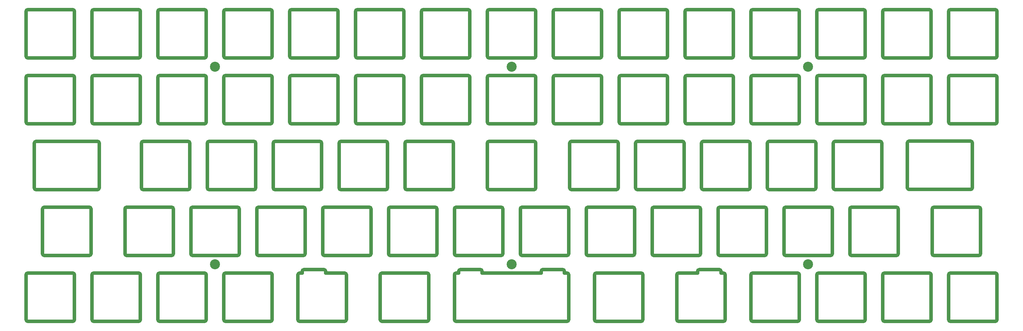
<source format=gbr>
%TF.GenerationSoftware,KiCad,Pcbnew,9.0.4*%
%TF.CreationDate,2026-01-18T18:40:26+01:00*%
%TF.ProjectId,tsuka60-pro-plate,7473756b-6136-4302-9d70-726f2d706c61,rev?*%
%TF.SameCoordinates,Original*%
%TF.FileFunction,Copper,L1,Top*%
%TF.FilePolarity,Positive*%
%FSLAX46Y46*%
G04 Gerber Fmt 4.6, Leading zero omitted, Abs format (unit mm)*
G04 Created by KiCad (PCBNEW 9.0.4) date 2026-01-18 18:40:26*
%MOMM*%
%LPD*%
G01*
G04 APERTURE LIST*
%TA.AperFunction,EtchedComponent*%
%ADD10C,1.000000*%
%TD*%
%TA.AperFunction,ComponentPad*%
%ADD11C,2.900000*%
%TD*%
G04 APERTURE END LIST*
D10*
%TO.C,S1*%
X144606250Y-158600000D02*
X144606250Y-171600000D01*
X145106250Y-172100000D02*
X158106250Y-172100000D01*
X145850000Y-158100000D02*
X145850000Y-157599999D01*
X145850606Y-158100000D02*
X145106250Y-158100000D01*
X146350000Y-157099999D02*
X152100000Y-157099999D01*
X152600000Y-158100000D02*
X152600000Y-157599999D01*
X152600000Y-158100000D02*
X158103486Y-158101116D01*
X158606250Y-171600000D02*
X158606250Y-158600000D01*
X189850000Y-158600000D02*
X189850000Y-171600000D01*
X190350000Y-172100000D02*
X203350000Y-172100000D01*
X191093750Y-158100000D02*
X191093750Y-157599999D01*
X191094961Y-158100000D02*
X190350000Y-158100000D01*
X191593750Y-157099999D02*
X197343750Y-157099999D01*
X197843750Y-158100000D02*
X197843750Y-157599999D01*
X199875000Y-172100000D02*
X212875000Y-172100000D01*
X199875000Y-172100000D02*
X212875000Y-172100000D01*
X209400000Y-172100000D02*
X222400000Y-172100000D01*
X214906250Y-158100000D02*
X197843750Y-158100000D01*
X214906250Y-158100000D02*
X214906250Y-157599999D01*
X215406250Y-157099999D02*
X221156250Y-157099999D01*
X221656250Y-158100000D02*
X221656250Y-157599999D01*
X222400000Y-158100000D02*
X221656250Y-158100000D01*
X222900000Y-171600000D02*
X222900000Y-158600000D01*
X254143750Y-158600000D02*
X254143750Y-171600000D01*
X254643750Y-158100000D02*
X260150000Y-158100000D01*
X254643750Y-172100000D02*
X267643750Y-172100000D01*
X260150000Y-158100000D02*
X260150000Y-157599999D01*
X260650000Y-157099999D02*
X266400000Y-157099999D01*
X266900000Y-158100000D02*
X266900000Y-157599999D01*
X267643750Y-158100000D02*
X266900000Y-158100000D01*
X268143750Y-171600000D02*
X268143750Y-158600000D01*
X144606250Y-158600000D02*
G75*
G02*
X145106250Y-158099950I500050J0D01*
G01*
X145106250Y-172100000D02*
G75*
G02*
X144606300Y-171600000I50J500000D01*
G01*
X145850000Y-157599999D02*
G75*
G02*
X146350000Y-157100000I500000J-1D01*
G01*
X152100000Y-157099999D02*
G75*
G02*
X152600001Y-157599999I0J-500001D01*
G01*
X158103486Y-158101116D02*
G75*
G02*
X158603484Y-158601116I14J-499984D01*
G01*
X158606250Y-171600000D02*
G75*
G02*
X158106250Y-172099950I-499950J0D01*
G01*
X189850000Y-158600000D02*
G75*
G02*
X190350000Y-158100000I500000J0D01*
G01*
X190350000Y-172100000D02*
G75*
G02*
X189850000Y-171600000I0J500000D01*
G01*
X191093750Y-157599999D02*
G75*
G02*
X191593750Y-157100050I499950J-1D01*
G01*
X197343750Y-157099999D02*
G75*
G02*
X197843701Y-157599999I50J-499901D01*
G01*
X214906250Y-157599999D02*
G75*
G02*
X215406250Y-157099999I500001J-1D01*
G01*
X221156250Y-157099999D02*
G75*
G02*
X221656250Y-157599999I2J-499998D01*
G01*
X222397236Y-158101116D02*
G75*
G02*
X222897236Y-158601116I2J-499998D01*
G01*
X222900000Y-171600000D02*
G75*
G02*
X222400000Y-172100000I-499998J-2D01*
G01*
X254143750Y-158600000D02*
G75*
G02*
X254643750Y-158100000I500001J-1D01*
G01*
X254643750Y-172100000D02*
G75*
G02*
X254143750Y-171600000I1J500001D01*
G01*
X260150000Y-157599999D02*
G75*
G02*
X260650000Y-157099999I500001J-1D01*
G01*
X266400000Y-157099999D02*
G75*
G02*
X266900000Y-157599999I2J-499998D01*
G01*
X267640986Y-158101116D02*
G75*
G02*
X268140986Y-158601116I2J-499998D01*
G01*
X268143750Y-171600000D02*
G75*
G02*
X267643750Y-172100000I-499998J-2D01*
G01*
%TO.C,MX56*%
X266050000Y-139550000D02*
X266050000Y-152550000D01*
X266550000Y-153050000D02*
X279550000Y-153050000D01*
X279550000Y-139050000D02*
X266550000Y-139050000D01*
X280050000Y-152550000D02*
X280050000Y-139550000D01*
X266050000Y-139550000D02*
G75*
G02*
X266550000Y-139050000I500000J0D01*
G01*
X266552764Y-153048884D02*
G75*
G02*
X266052716Y-152548884I36J500084D01*
G01*
X279550000Y-139050000D02*
G75*
G02*
X280050000Y-139550000I-1J-500001D01*
G01*
X280050000Y-152550000D02*
G75*
G02*
X279550000Y-153050000I-500001J1D01*
G01*
%TO.C,MX73*%
X294625000Y-158600000D02*
X294625000Y-171600000D01*
X295125000Y-172100000D02*
X308125000Y-172100000D01*
X308125000Y-158100000D02*
X295125000Y-158100000D01*
X308625000Y-171600000D02*
X308625000Y-158600000D01*
X294625000Y-158600000D02*
G75*
G02*
X295125000Y-158100000I500000J0D01*
G01*
X295127764Y-172098884D02*
G75*
G02*
X294627716Y-171598884I36J500084D01*
G01*
X308125000Y-158100000D02*
G75*
G02*
X308625000Y-158600000I-1J-500001D01*
G01*
X308625000Y-171600000D02*
G75*
G02*
X308125000Y-172100000I-500001J1D01*
G01*
%TO.C,MX39*%
X223187500Y-120500000D02*
X223187500Y-133500000D01*
X223687500Y-134000000D02*
X236687500Y-134000000D01*
X236687500Y-120000000D02*
X223687500Y-120000000D01*
X237187500Y-133500000D02*
X237187500Y-120500000D01*
X223187500Y-120500000D02*
G75*
G02*
X223687500Y-120000000I500000J0D01*
G01*
X223690264Y-133998884D02*
G75*
G02*
X223190216Y-133498884I36J500084D01*
G01*
X236687500Y-120000000D02*
G75*
G02*
X237187500Y-120500000I-1J-500001D01*
G01*
X237187500Y-133500000D02*
G75*
G02*
X236687500Y-134000000I-500001J1D01*
G01*
%TO.C,MX19*%
X123175000Y-101450000D02*
X123175000Y-114450000D01*
X123675000Y-114950000D02*
X136675000Y-114950000D01*
X136675000Y-100950000D02*
X123675000Y-100950000D01*
X137175000Y-114450000D02*
X137175000Y-101450000D01*
X123175000Y-101450000D02*
G75*
G02*
X123675000Y-100950000I500000J0D01*
G01*
X123677764Y-114948884D02*
G75*
G02*
X123177716Y-114448884I36J500084D01*
G01*
X136675000Y-100950000D02*
G75*
G02*
X137175000Y-101450000I-1J-500001D01*
G01*
X137175000Y-114450000D02*
G75*
G02*
X136675000Y-114950000I-500001J1D01*
G01*
%TO.C,MX5*%
X142225000Y-82400000D02*
X142225000Y-95400000D01*
X142725000Y-95900000D02*
X155725000Y-95900000D01*
X155725000Y-81900000D02*
X142725000Y-81900000D01*
X156225000Y-95400000D02*
X156225000Y-82400000D01*
X142225000Y-82400000D02*
G75*
G02*
X142725000Y-81900000I500000J0D01*
G01*
X142727764Y-95898884D02*
G75*
G02*
X142227716Y-95398884I36J500084D01*
G01*
X155725000Y-81900000D02*
G75*
G02*
X156225000Y-82400000I-1J-500001D01*
G01*
X156225000Y-95400000D02*
G75*
G02*
X155725000Y-95900000I-500001J1D01*
G01*
%TO.C,MX16*%
X66025000Y-101450000D02*
X66025000Y-114450000D01*
X66525000Y-114950000D02*
X79525000Y-114950000D01*
X79525000Y-100950000D02*
X66525000Y-100950000D01*
X80025000Y-114450000D02*
X80025000Y-101450000D01*
X66025000Y-101450000D02*
G75*
G02*
X66525000Y-100950000I500000J0D01*
G01*
X66527764Y-114948884D02*
G75*
G02*
X66027716Y-114448884I36J500084D01*
G01*
X79525000Y-100950000D02*
G75*
G02*
X80025000Y-101450000I-1J-500001D01*
G01*
X80025000Y-114450000D02*
G75*
G02*
X79525000Y-114950000I-500001J1D01*
G01*
%TO.C,MX51*%
X151750000Y-139550000D02*
X151750000Y-152550000D01*
X152250000Y-153050000D02*
X165250000Y-153050000D01*
X165250000Y-139050000D02*
X152250000Y-139050000D01*
X165750000Y-152550000D02*
X165750000Y-139550000D01*
X151750000Y-139550000D02*
G75*
G02*
X152250000Y-139050000I500000J0D01*
G01*
X152252764Y-153048884D02*
G75*
G02*
X151752716Y-152548884I36J500084D01*
G01*
X165250000Y-139050000D02*
G75*
G02*
X165750000Y-139550000I-1J-500001D01*
G01*
X165750000Y-152550000D02*
G75*
G02*
X165250000Y-153050000I-500001J1D01*
G01*
%TO.C,MX40*%
X242237500Y-120500000D02*
X242237500Y-133500000D01*
X242737500Y-134000000D02*
X255737500Y-134000000D01*
X255737500Y-120000000D02*
X242737500Y-120000000D01*
X256237500Y-133500000D02*
X256237500Y-120500000D01*
X242237500Y-120500000D02*
G75*
G02*
X242737500Y-120000000I500000J0D01*
G01*
X242740264Y-133998884D02*
G75*
G02*
X242240216Y-133498884I36J500084D01*
G01*
X255737500Y-120000000D02*
G75*
G02*
X256237500Y-120500000I-1J-500001D01*
G01*
X256237500Y-133500000D02*
G75*
G02*
X255737500Y-134000000I-500001J1D01*
G01*
%TO.C,MX8*%
X199375000Y-82400000D02*
X199375000Y-95400000D01*
X199875000Y-95900000D02*
X212875000Y-95900000D01*
X212875000Y-81900000D02*
X199875000Y-81900000D01*
X213375000Y-95400000D02*
X213375000Y-82400000D01*
X199375000Y-82400000D02*
G75*
G02*
X199875000Y-81900000I500000J0D01*
G01*
X199877764Y-95898884D02*
G75*
G02*
X199377716Y-95398884I36J500084D01*
G01*
X212875000Y-81900000D02*
G75*
G02*
X213375000Y-82400000I-1J-500001D01*
G01*
X213375000Y-95400000D02*
G75*
G02*
X212875000Y-95900000I-500001J1D01*
G01*
%TO.C,MX7*%
X180325000Y-82400000D02*
X180325000Y-95400000D01*
X180825000Y-95900000D02*
X193825000Y-95900000D01*
X193825000Y-81900000D02*
X180825000Y-81900000D01*
X194325000Y-95400000D02*
X194325000Y-82400000D01*
X180325000Y-82400000D02*
G75*
G02*
X180825000Y-81900000I500000J0D01*
G01*
X180827764Y-95898884D02*
G75*
G02*
X180327716Y-95398884I36J500084D01*
G01*
X193825000Y-81900000D02*
G75*
G02*
X194325000Y-82400000I-1J-500001D01*
G01*
X194325000Y-95400000D02*
G75*
G02*
X193825000Y-95900000I-500001J1D01*
G01*
%TO.C,MX26*%
X256525000Y-101450000D02*
X256525000Y-114450000D01*
X257025000Y-114950000D02*
X270025000Y-114950000D01*
X270025000Y-100950000D02*
X257025000Y-100950000D01*
X270525000Y-114450000D02*
X270525000Y-101450000D01*
X256525000Y-101450000D02*
G75*
G02*
X257025000Y-100950000I500000J0D01*
G01*
X257027764Y-114948884D02*
G75*
G02*
X256527716Y-114448884I36J500084D01*
G01*
X270025000Y-100950000D02*
G75*
G02*
X270525000Y-101450000I-1J-500001D01*
G01*
X270525000Y-114450000D02*
G75*
G02*
X270025000Y-114950000I-500001J1D01*
G01*
%TO.C,MX68*%
X208900000Y-139550000D02*
X208900000Y-152550000D01*
X209400000Y-153050000D02*
X222400000Y-153050000D01*
X222400000Y-139050000D02*
X209400000Y-139050000D01*
X222900000Y-152550000D02*
X222900000Y-139550000D01*
X208900000Y-139550000D02*
G75*
G02*
X209400000Y-139050000I500000J0D01*
G01*
X209402764Y-153048884D02*
G75*
G02*
X208902716Y-152548884I36J500084D01*
G01*
X222400000Y-139050000D02*
G75*
G02*
X222900000Y-139550000I-1J-500001D01*
G01*
X222900000Y-152550000D02*
G75*
G02*
X222400000Y-153050000I-500001J1D01*
G01*
%TO.C,MX41*%
X261287500Y-120500000D02*
X261287500Y-133500000D01*
X261787500Y-134000000D02*
X274787500Y-134000000D01*
X274787500Y-120000000D02*
X261787500Y-120000000D01*
X275287500Y-133500000D02*
X275287500Y-120500000D01*
X261287500Y-120500000D02*
G75*
G02*
X261787500Y-120000000I500000J0D01*
G01*
X261790264Y-133998884D02*
G75*
G02*
X261290216Y-133498884I36J500084D01*
G01*
X274787500Y-120000000D02*
G75*
G02*
X275287500Y-120500000I-1J-500001D01*
G01*
X275287500Y-133500000D02*
G75*
G02*
X274787500Y-134000000I-500001J1D01*
G01*
%TO.C,MX48*%
X94600000Y-139550000D02*
X94600000Y-152550000D01*
X95100000Y-153050000D02*
X108100000Y-153050000D01*
X108100000Y-139050000D02*
X95100000Y-139050000D01*
X108600000Y-152550000D02*
X108600000Y-139550000D01*
X94600000Y-139550000D02*
G75*
G02*
X95100000Y-139050000I500000J0D01*
G01*
X95102764Y-153048884D02*
G75*
G02*
X94602716Y-152548884I36J500084D01*
G01*
X108100000Y-139050000D02*
G75*
G02*
X108600000Y-139550000I-1J-500001D01*
G01*
X108600000Y-152550000D02*
G75*
G02*
X108100000Y-153050000I-500001J1D01*
G01*
%TO.C,MX22*%
X180325000Y-101450000D02*
X180325000Y-114450000D01*
X180825000Y-114950000D02*
X193825000Y-114950000D01*
X193825000Y-100950000D02*
X180825000Y-100950000D01*
X194325000Y-114450000D02*
X194325000Y-101450000D01*
X180325000Y-101450000D02*
G75*
G02*
X180825000Y-100950000I500000J0D01*
G01*
X180827764Y-114948884D02*
G75*
G02*
X180327716Y-114448884I36J500084D01*
G01*
X193825000Y-100950000D02*
G75*
G02*
X194325000Y-101450000I-1J-500001D01*
G01*
X194325000Y-114450000D02*
G75*
G02*
X193825000Y-114950000I-500001J1D01*
G01*
%TO.C,MX35*%
X137462500Y-120500000D02*
X137462500Y-133500000D01*
X137962500Y-134000000D02*
X150962500Y-134000000D01*
X150962500Y-120000000D02*
X137962500Y-120000000D01*
X151462500Y-133500000D02*
X151462500Y-120500000D01*
X137462500Y-120500000D02*
G75*
G02*
X137962500Y-120000000I500000J0D01*
G01*
X137965264Y-133998884D02*
G75*
G02*
X137465216Y-133498884I36J500084D01*
G01*
X150962500Y-120000000D02*
G75*
G02*
X151462500Y-120500000I-1J-500001D01*
G01*
X151462500Y-133500000D02*
G75*
G02*
X150962500Y-134000000I-500001J1D01*
G01*
%TO.C,MX2*%
X85075000Y-82400000D02*
X85075000Y-95400000D01*
X85575000Y-95900000D02*
X98575000Y-95900000D01*
X98575000Y-81900000D02*
X85575000Y-81900000D01*
X99075000Y-95400000D02*
X99075000Y-82400000D01*
X85075000Y-82400000D02*
G75*
G02*
X85575000Y-81900000I500001J-1D01*
G01*
X85575000Y-95900000D02*
G75*
G02*
X85075000Y-95400000I1J500001D01*
G01*
X98572236Y-81901116D02*
G75*
G02*
X99072284Y-82401116I-36J-500084D01*
G01*
X99075000Y-95400000D02*
G75*
G02*
X98575000Y-95900000I-500000J0D01*
G01*
%TO.C,MX66*%
X168418750Y-158600000D02*
X168418750Y-171600000D01*
X168918750Y-172100000D02*
X181918750Y-172100000D01*
X181918750Y-158100000D02*
X168918750Y-158100000D01*
X182418750Y-171600000D02*
X182418750Y-158600000D01*
X168418750Y-158600000D02*
G75*
G02*
X168918750Y-158100000I500000J0D01*
G01*
X168921514Y-172098884D02*
G75*
G02*
X168421466Y-171598884I36J500084D01*
G01*
X181918750Y-158100000D02*
G75*
G02*
X182418750Y-158600000I-1J-500001D01*
G01*
X182418750Y-171600000D02*
G75*
G02*
X181918750Y-172100000I-500001J1D01*
G01*
%TO.C,MX14*%
X313675000Y-82400000D02*
X313675000Y-95400000D01*
X314175000Y-95900000D02*
X327175000Y-95900000D01*
X327175000Y-81900000D02*
X314175000Y-81900000D01*
X327675000Y-95400000D02*
X327675000Y-82400000D01*
X313675000Y-82400000D02*
G75*
G02*
X314175000Y-81900000I500000J0D01*
G01*
X314177764Y-95898884D02*
G75*
G02*
X313677716Y-95398884I36J500084D01*
G01*
X327175000Y-81900000D02*
G75*
G02*
X327675000Y-82400000I-1J-500001D01*
G01*
X327675000Y-95400000D02*
G75*
G02*
X327175000Y-95900000I-500001J1D01*
G01*
%TO.C,MX54*%
X227950000Y-139550000D02*
X227950000Y-152550000D01*
X228450000Y-153050000D02*
X241450000Y-153050000D01*
X241450000Y-139050000D02*
X228450000Y-139050000D01*
X241950000Y-152550000D02*
X241950000Y-139550000D01*
X227950000Y-139550000D02*
G75*
G02*
X228450000Y-139050000I500000J0D01*
G01*
X228452764Y-153048884D02*
G75*
G02*
X227952716Y-152548884I36J500084D01*
G01*
X241450000Y-139050000D02*
G75*
G02*
X241950000Y-139550000I-1J-500001D01*
G01*
X241950000Y-152550000D02*
G75*
G02*
X241450000Y-153050000I-500001J1D01*
G01*
%TO.C,MX10*%
X237475000Y-82400000D02*
X237475000Y-95400000D01*
X237975000Y-95900000D02*
X250975000Y-95900000D01*
X250975000Y-81900000D02*
X237975000Y-81900000D01*
X251475000Y-95400000D02*
X251475000Y-82400000D01*
X237475000Y-82400000D02*
G75*
G02*
X237975000Y-81900000I500000J0D01*
G01*
X237977764Y-95898884D02*
G75*
G02*
X237477716Y-95398884I36J500084D01*
G01*
X250975000Y-81900000D02*
G75*
G02*
X251475000Y-82400000I-1J-500001D01*
G01*
X251475000Y-95400000D02*
G75*
G02*
X250975000Y-95900000I-500001J1D01*
G01*
%TO.C,MX20*%
X142225000Y-101450000D02*
X142225000Y-114450000D01*
X142725000Y-114950000D02*
X155725000Y-114950000D01*
X155725000Y-100950000D02*
X142725000Y-100950000D01*
X156225000Y-114450000D02*
X156225000Y-101450000D01*
X142225000Y-101450000D02*
G75*
G02*
X142725000Y-100950000I500000J0D01*
G01*
X142727764Y-114948884D02*
G75*
G02*
X142227716Y-114448884I36J500084D01*
G01*
X155725000Y-100950000D02*
G75*
G02*
X156225000Y-101450000I-1J-500001D01*
G01*
X156225000Y-114450000D02*
G75*
G02*
X155725000Y-114950000I-500001J1D01*
G01*
%TO.C,MX32_2*%
X68406250Y-120500000D02*
X68406250Y-133500000D01*
X68906250Y-134000000D02*
X86668750Y-134000000D01*
X86665986Y-120001116D02*
X68906250Y-120000000D01*
X87168750Y-133500000D02*
X87168750Y-120500000D01*
X68406250Y-120500000D02*
G75*
G02*
X68906250Y-120000000I500087J-87D01*
G01*
X68906250Y-134000000D02*
G75*
G02*
X68406250Y-133500000I-36J499964D01*
G01*
X86665986Y-120001116D02*
G75*
G02*
X87166034Y-120501116I-36J-500084D01*
G01*
X87168750Y-133500000D02*
G75*
G02*
X86668750Y-134000000I-500000J0D01*
G01*
%TO.C,MX42*%
X280337500Y-120500000D02*
X280337500Y-133500000D01*
X280837500Y-134000000D02*
X293837500Y-134000000D01*
X293837500Y-120000000D02*
X280837500Y-120000000D01*
X294337500Y-133500000D02*
X294337500Y-120500000D01*
X280337500Y-120500000D02*
G75*
G02*
X280837500Y-120000000I500000J0D01*
G01*
X280840264Y-133998884D02*
G75*
G02*
X280340216Y-133498884I36J500084D01*
G01*
X293837500Y-120000000D02*
G75*
G02*
X294337500Y-120500000I-1J-500001D01*
G01*
X294337500Y-133500000D02*
G75*
G02*
X293837500Y-134000000I-500001J1D01*
G01*
%TO.C,MX24*%
X218425000Y-101450000D02*
X218425000Y-114450000D01*
X218925000Y-114950000D02*
X231925000Y-114950000D01*
X231925000Y-100950000D02*
X218925000Y-100950000D01*
X232425000Y-114450000D02*
X232425000Y-101450000D01*
X218425000Y-101450000D02*
G75*
G02*
X218925000Y-100950000I500000J0D01*
G01*
X218927764Y-114948884D02*
G75*
G02*
X218427716Y-114448884I36J500084D01*
G01*
X231925000Y-100950000D02*
G75*
G02*
X232425000Y-101450000I-1J-500001D01*
G01*
X232425000Y-114450000D02*
G75*
G02*
X231925000Y-114950000I-500001J1D01*
G01*
%TO.C,MX12*%
X275575000Y-82400000D02*
X275575000Y-95400000D01*
X276075000Y-95900000D02*
X289075000Y-95900000D01*
X289075000Y-81900000D02*
X276075000Y-81900000D01*
X289575000Y-95400000D02*
X289575000Y-82400000D01*
X275575000Y-82400000D02*
G75*
G02*
X276075000Y-81900000I500000J0D01*
G01*
X276077764Y-95898884D02*
G75*
G02*
X275577716Y-95398884I36J500084D01*
G01*
X289075000Y-81900000D02*
G75*
G02*
X289575000Y-82400000I-1J-500001D01*
G01*
X289575000Y-95400000D02*
G75*
G02*
X289075000Y-95900000I-500001J1D01*
G01*
%TO.C,MX15*%
X332725000Y-82400000D02*
X332725000Y-95400000D01*
X333225000Y-95900000D02*
X346225000Y-95900000D01*
X346225000Y-81900000D02*
X333225000Y-81900000D01*
X346725000Y-95400000D02*
X346725000Y-82400000D01*
X332725000Y-82400000D02*
G75*
G02*
X333225000Y-81900000I500000J0D01*
G01*
X333227764Y-95898884D02*
G75*
G02*
X332727716Y-95398884I36J500084D01*
G01*
X346225000Y-81900000D02*
G75*
G02*
X346725000Y-82400000I-1J-500001D01*
G01*
X346725000Y-95400000D02*
G75*
G02*
X346225000Y-95900000I-500001J1D01*
G01*
%TO.C,MX50*%
X132700000Y-139550000D02*
X132700000Y-152550000D01*
X133200000Y-153050000D02*
X146200000Y-153050000D01*
X146200000Y-139050000D02*
X133200000Y-139050000D01*
X146700000Y-152550000D02*
X146700000Y-139550000D01*
X132700000Y-139550000D02*
G75*
G02*
X133200000Y-139050000I500000J0D01*
G01*
X133202764Y-153048884D02*
G75*
G02*
X132702716Y-152548884I36J500084D01*
G01*
X146200000Y-139050000D02*
G75*
G02*
X146700000Y-139550000I-1J-500001D01*
G01*
X146700000Y-152550000D02*
G75*
G02*
X146200000Y-153050000I-500001J1D01*
G01*
%TO.C,MX1*%
X66025000Y-82400000D02*
X66025000Y-95400000D01*
X66525000Y-95900000D02*
X79525000Y-95900000D01*
X79525000Y-81900000D02*
X66525000Y-81900000D01*
X80025000Y-95400000D02*
X80025000Y-82400000D01*
X66025000Y-82400000D02*
G75*
G02*
X66525000Y-81900000I500001J-1D01*
G01*
X66525000Y-95900000D02*
G75*
G02*
X66025000Y-95400000I1J500001D01*
G01*
X79522236Y-81901116D02*
G75*
G02*
X80022284Y-82401116I-36J-500084D01*
G01*
X80025000Y-95400000D02*
G75*
G02*
X79525000Y-95900000I-500000J0D01*
G01*
%TO.C,MX29*%
X313675000Y-101450000D02*
X313675000Y-114450000D01*
X314175000Y-114950000D02*
X327175000Y-114950000D01*
X327175000Y-100950000D02*
X314175000Y-100950000D01*
X327675000Y-114450000D02*
X327675000Y-101450000D01*
X313675000Y-101450000D02*
G75*
G02*
X314175000Y-100950000I500000J0D01*
G01*
X314177764Y-114948884D02*
G75*
G02*
X313677716Y-114448884I36J500084D01*
G01*
X327175000Y-100950000D02*
G75*
G02*
X327675000Y-101450000I-1J-500001D01*
G01*
X327675000Y-114450000D02*
G75*
G02*
X327175000Y-114950000I-500001J1D01*
G01*
%TO.C,MX57*%
X285100000Y-139550000D02*
X285100000Y-152550000D01*
X285600000Y-153050000D02*
X298600000Y-153050000D01*
X298600000Y-139050000D02*
X285600000Y-139050000D01*
X299100000Y-152550000D02*
X299100000Y-139550000D01*
X285100000Y-139550000D02*
G75*
G02*
X285600000Y-139050000I500000J0D01*
G01*
X285602764Y-153048884D02*
G75*
G02*
X285102716Y-152548884I36J500084D01*
G01*
X298600000Y-139050000D02*
G75*
G02*
X299100000Y-139550000I-1J-500001D01*
G01*
X299100000Y-152550000D02*
G75*
G02*
X298600000Y-153050000I-500001J1D01*
G01*
%TO.C,MX18*%
X104125000Y-101450000D02*
X104125000Y-114450000D01*
X104625000Y-114950000D02*
X117625000Y-114950000D01*
X117625000Y-100950000D02*
X104625000Y-100950000D01*
X118125000Y-114450000D02*
X118125000Y-101450000D01*
X104125000Y-101450000D02*
G75*
G02*
X104625000Y-100950000I500000J0D01*
G01*
X104627764Y-114948884D02*
G75*
G02*
X104127716Y-114448884I36J500084D01*
G01*
X117625000Y-100950000D02*
G75*
G02*
X118125000Y-101450000I-1J-500001D01*
G01*
X118125000Y-114450000D02*
G75*
G02*
X117625000Y-114950000I-500001J1D01*
G01*
%TO.C,MX21*%
X161275000Y-101450000D02*
X161275000Y-114450000D01*
X161775000Y-114950000D02*
X174775000Y-114950000D01*
X174775000Y-100950000D02*
X161775000Y-100950000D01*
X175275000Y-114450000D02*
X175275000Y-101450000D01*
X161275000Y-101450000D02*
G75*
G02*
X161775000Y-100950000I500000J0D01*
G01*
X161777764Y-114948884D02*
G75*
G02*
X161277716Y-114448884I36J500084D01*
G01*
X174775000Y-100950000D02*
G75*
G02*
X175275000Y-101450000I-1J-500001D01*
G01*
X175275000Y-114450000D02*
G75*
G02*
X174775000Y-114950000I-500001J1D01*
G01*
%TO.C,MX59*%
X327962500Y-139550000D02*
X327962500Y-152550000D01*
X328462500Y-153050000D02*
X341462500Y-153050000D01*
X341462500Y-139050000D02*
X328462500Y-139050000D01*
X341962500Y-152550000D02*
X341962500Y-139550000D01*
X327962500Y-139550000D02*
G75*
G02*
X328462500Y-139050000I500000J0D01*
G01*
X328465264Y-153048884D02*
G75*
G02*
X327965216Y-152548884I36J500084D01*
G01*
X341462500Y-139050000D02*
G75*
G02*
X341962500Y-139550000I-1J-500001D01*
G01*
X341962500Y-152550000D02*
G75*
G02*
X341462500Y-153050000I-500001J1D01*
G01*
%TO.C,MX43*%
X299387500Y-120500000D02*
X299387500Y-133500000D01*
X299887500Y-134000000D02*
X312887500Y-134000000D01*
X312887500Y-120000000D02*
X299887500Y-120000000D01*
X313387500Y-133500000D02*
X313387500Y-120500000D01*
X299387500Y-120500000D02*
G75*
G02*
X299887500Y-120000000I500000J0D01*
G01*
X299890264Y-133998884D02*
G75*
G02*
X299390216Y-133498884I36J500084D01*
G01*
X312887500Y-120000000D02*
G75*
G02*
X313387500Y-120500000I-1J-500001D01*
G01*
X313387500Y-133500000D02*
G75*
G02*
X312887500Y-134000000I-500001J1D01*
G01*
%TO.C,MX75*%
X332725000Y-158600000D02*
X332725000Y-171600000D01*
X333225000Y-172100000D02*
X346225000Y-172100000D01*
X346225000Y-158100000D02*
X333225000Y-158100000D01*
X346725000Y-171600000D02*
X346725000Y-158600000D01*
X332725000Y-158600000D02*
G75*
G02*
X333225000Y-158100000I500000J0D01*
G01*
X333227764Y-172098884D02*
G75*
G02*
X332727716Y-171598884I36J500084D01*
G01*
X346225000Y-158100000D02*
G75*
G02*
X346725000Y-158600000I-1J-500001D01*
G01*
X346725000Y-171600000D02*
G75*
G02*
X346225000Y-172100000I-500001J1D01*
G01*
%TO.C,MX38*%
X199375000Y-120500000D02*
X199375000Y-133500000D01*
X199875000Y-134000000D02*
X212875000Y-134000000D01*
X212875000Y-120000000D02*
X199875000Y-120000000D01*
X213375000Y-133500000D02*
X213375000Y-120500000D01*
X199375000Y-120500000D02*
G75*
G02*
X199875000Y-120000000I500000J0D01*
G01*
X199877764Y-133998884D02*
G75*
G02*
X199377716Y-133498884I36J500084D01*
G01*
X212875000Y-120000000D02*
G75*
G02*
X213375000Y-120500000I-1J-500001D01*
G01*
X213375000Y-133500000D02*
G75*
G02*
X212875000Y-134000000I-500001J1D01*
G01*
%TO.C,MX36*%
X156512500Y-120500000D02*
X156512500Y-133500000D01*
X157012500Y-134000000D02*
X170012500Y-134000000D01*
X170012500Y-120000000D02*
X157012500Y-120000000D01*
X170512500Y-133500000D02*
X170512500Y-120500000D01*
X156512500Y-120500000D02*
G75*
G02*
X157012500Y-120000000I500000J0D01*
G01*
X157015264Y-133998884D02*
G75*
G02*
X156515216Y-133498884I36J500084D01*
G01*
X170012500Y-120000000D02*
G75*
G02*
X170512500Y-120500000I-1J-500001D01*
G01*
X170512500Y-133500000D02*
G75*
G02*
X170012500Y-134000000I-500001J1D01*
G01*
%TO.C,MX11*%
X256525000Y-82400000D02*
X256525000Y-95400000D01*
X257025000Y-95900000D02*
X270025000Y-95900000D01*
X270025000Y-81900000D02*
X257025000Y-81900000D01*
X270525000Y-95400000D02*
X270525000Y-82400000D01*
X256525000Y-82400000D02*
G75*
G02*
X257025000Y-81900000I500000J0D01*
G01*
X257027764Y-95898884D02*
G75*
G02*
X256527716Y-95398884I36J500084D01*
G01*
X270025000Y-81900000D02*
G75*
G02*
X270525000Y-82400000I-1J-500001D01*
G01*
X270525000Y-95400000D02*
G75*
G02*
X270025000Y-95900000I-500001J1D01*
G01*
%TO.C,MX61*%
X66025000Y-158600000D02*
X66025000Y-171600000D01*
X66525000Y-172100000D02*
X79525000Y-172100000D01*
X79525000Y-158100000D02*
X66525000Y-158100000D01*
X80025000Y-171600000D02*
X80025000Y-158600000D01*
X66025000Y-158600000D02*
G75*
G02*
X66525000Y-158100000I500000J0D01*
G01*
X66527764Y-172098884D02*
G75*
G02*
X66027716Y-171598884I36J500084D01*
G01*
X79525000Y-158100000D02*
G75*
G02*
X80025000Y-158600000I-1J-500001D01*
G01*
X80025000Y-171600000D02*
G75*
G02*
X79525000Y-172100000I-500001J1D01*
G01*
%TO.C,MX27*%
X275575000Y-101450000D02*
X275575000Y-114450000D01*
X276075000Y-114950000D02*
X289075000Y-114950000D01*
X289075000Y-100950000D02*
X276075000Y-100950000D01*
X289575000Y-114450000D02*
X289575000Y-101450000D01*
X275575000Y-101450000D02*
G75*
G02*
X276075000Y-100950000I500000J0D01*
G01*
X276077764Y-114948884D02*
G75*
G02*
X275577716Y-114448884I36J500084D01*
G01*
X289075000Y-100950000D02*
G75*
G02*
X289575000Y-101450000I-1J-500001D01*
G01*
X289575000Y-114450000D02*
G75*
G02*
X289075000Y-114950000I-500001J1D01*
G01*
%TO.C,MX47*%
X70787500Y-139550000D02*
X70787500Y-152550000D01*
X71287500Y-153050000D02*
X84287500Y-153050000D01*
X84287500Y-139050000D02*
X71287500Y-139050000D01*
X84787500Y-152550000D02*
X84787500Y-139550000D01*
X70787500Y-139550000D02*
G75*
G02*
X71287500Y-139050000I500000J0D01*
G01*
X71290264Y-153048884D02*
G75*
G02*
X70790216Y-152548884I36J500084D01*
G01*
X84287500Y-139050000D02*
G75*
G02*
X84787500Y-139550000I-1J-500001D01*
G01*
X84787500Y-152550000D02*
G75*
G02*
X84287500Y-153050000I-500001J1D01*
G01*
%TO.C,MX3*%
X104125000Y-82400000D02*
X104125000Y-95400000D01*
X104625000Y-95900000D02*
X117625000Y-95900000D01*
X117625000Y-81900000D02*
X104625000Y-81900000D01*
X118125000Y-95400000D02*
X118125000Y-82400000D01*
X104125000Y-82400000D02*
G75*
G02*
X104625000Y-81900000I500000J0D01*
G01*
X104627764Y-95898884D02*
G75*
G02*
X104127716Y-95398884I36J500084D01*
G01*
X117625000Y-81900000D02*
G75*
G02*
X118125000Y-82400000I-1J-500001D01*
G01*
X118125000Y-95400000D02*
G75*
G02*
X117625000Y-95900000I-500001J1D01*
G01*
%TO.C,MX33*%
X99362500Y-120500000D02*
X99362500Y-133500000D01*
X99862500Y-134000000D02*
X112862500Y-134000000D01*
X112862500Y-120000000D02*
X99862500Y-120000000D01*
X113362500Y-133500000D02*
X113362500Y-120500000D01*
X99362500Y-120500000D02*
G75*
G02*
X99862500Y-120000000I500000J0D01*
G01*
X99865264Y-133998884D02*
G75*
G02*
X99365216Y-133498884I36J500084D01*
G01*
X112862500Y-120000000D02*
G75*
G02*
X113362500Y-120500000I-1J-500001D01*
G01*
X113362500Y-133500000D02*
G75*
G02*
X112862500Y-134000000I-500001J1D01*
G01*
%TO.C,MX49*%
X113650000Y-139550000D02*
X113650000Y-152550000D01*
X114150000Y-153050000D02*
X127150000Y-153050000D01*
X127150000Y-139050000D02*
X114150000Y-139050000D01*
X127650000Y-152550000D02*
X127650000Y-139550000D01*
X113650000Y-139550000D02*
G75*
G02*
X114150000Y-139050000I500000J0D01*
G01*
X114152764Y-153048884D02*
G75*
G02*
X113652716Y-152548884I36J500084D01*
G01*
X127150000Y-139050000D02*
G75*
G02*
X127650000Y-139550000I-1J-500001D01*
G01*
X127650000Y-152550000D02*
G75*
G02*
X127150000Y-153050000I-500001J1D01*
G01*
%TO.C,MX64*%
X123175000Y-158600000D02*
X123175000Y-171600000D01*
X123675000Y-172100000D02*
X136675000Y-172100000D01*
X136675000Y-158100000D02*
X123675000Y-158100000D01*
X137175000Y-171600000D02*
X137175000Y-158600000D01*
X123175000Y-158600000D02*
G75*
G02*
X123675000Y-158100000I500000J0D01*
G01*
X123677764Y-172098884D02*
G75*
G02*
X123177716Y-171598884I36J500084D01*
G01*
X136675000Y-158100000D02*
G75*
G02*
X137175000Y-158600000I-1J-500001D01*
G01*
X137175000Y-171600000D02*
G75*
G02*
X136675000Y-172100000I-500001J1D01*
G01*
%TO.C,MX23*%
X199375000Y-101450000D02*
X199375000Y-114450000D01*
X199875000Y-114950000D02*
X212875000Y-114950000D01*
X212875000Y-100950000D02*
X199875000Y-100950000D01*
X213375000Y-114450000D02*
X213375000Y-101450000D01*
X199375000Y-101450000D02*
G75*
G02*
X199875000Y-100950000I500000J0D01*
G01*
X199877764Y-114948884D02*
G75*
G02*
X199377716Y-114448884I36J500084D01*
G01*
X212875000Y-100950000D02*
G75*
G02*
X213375000Y-101450000I-1J-500001D01*
G01*
X213375000Y-114450000D02*
G75*
G02*
X212875000Y-114950000I-500001J1D01*
G01*
%TO.C,MX13*%
X294625000Y-82400000D02*
X294625000Y-95400000D01*
X295125000Y-95900000D02*
X308125000Y-95900000D01*
X308125000Y-81900000D02*
X295125000Y-81900000D01*
X308625000Y-95400000D02*
X308625000Y-82400000D01*
X294625000Y-82400000D02*
G75*
G02*
X295125000Y-81900000I500000J0D01*
G01*
X295127764Y-95898884D02*
G75*
G02*
X294627716Y-95398884I36J500084D01*
G01*
X308125000Y-81900000D02*
G75*
G02*
X308625000Y-82400000I-1J-500001D01*
G01*
X308625000Y-95400000D02*
G75*
G02*
X308125000Y-95900000I-500001J1D01*
G01*
%TO.C,MX9*%
X218425000Y-82400000D02*
X218425000Y-95400000D01*
X218925000Y-95900000D02*
X231925000Y-95900000D01*
X231925000Y-81900000D02*
X218925000Y-81900000D01*
X232425000Y-95400000D02*
X232425000Y-82400000D01*
X218425000Y-82400000D02*
G75*
G02*
X218925000Y-81900000I500000J0D01*
G01*
X218927764Y-95898884D02*
G75*
G02*
X218427716Y-95398884I36J500084D01*
G01*
X231925000Y-81900000D02*
G75*
G02*
X232425000Y-82400000I-1J-500001D01*
G01*
X232425000Y-95400000D02*
G75*
G02*
X231925000Y-95900000I-500001J1D01*
G01*
%TO.C,MX34*%
X118412500Y-120500000D02*
X118412500Y-133500000D01*
X118912500Y-134000000D02*
X131912500Y-134000000D01*
X131912500Y-120000000D02*
X118912500Y-120000000D01*
X132412500Y-133500000D02*
X132412500Y-120500000D01*
X118412500Y-120500000D02*
G75*
G02*
X118912500Y-120000000I500000J0D01*
G01*
X118915264Y-133998884D02*
G75*
G02*
X118415216Y-133498884I36J500084D01*
G01*
X131912500Y-120000000D02*
G75*
G02*
X132412500Y-120500000I-1J-500001D01*
G01*
X132412500Y-133500000D02*
G75*
G02*
X131912500Y-134000000I-500001J1D01*
G01*
%TO.C,MX63*%
X104125000Y-158600000D02*
X104125000Y-171600000D01*
X104625000Y-172100000D02*
X117625000Y-172100000D01*
X117625000Y-158100000D02*
X104625000Y-158100000D01*
X118125000Y-171600000D02*
X118125000Y-158600000D01*
X104125000Y-158600000D02*
G75*
G02*
X104625000Y-158100000I500000J0D01*
G01*
X104627764Y-172098884D02*
G75*
G02*
X104127716Y-171598884I36J500084D01*
G01*
X117625000Y-158100000D02*
G75*
G02*
X118125000Y-158600000I-1J-500001D01*
G01*
X118125000Y-171600000D02*
G75*
G02*
X117625000Y-172100000I-500001J1D01*
G01*
%TO.C,MX53*%
X189850000Y-139550000D02*
X189850000Y-152550000D01*
X190350000Y-153050000D02*
X203350000Y-153050000D01*
X203350000Y-139050000D02*
X190350000Y-139050000D01*
X203850000Y-152550000D02*
X203850000Y-139550000D01*
X189850000Y-139550000D02*
G75*
G02*
X190350000Y-139050000I500000J0D01*
G01*
X190352764Y-153048884D02*
G75*
G02*
X189852716Y-152548884I36J500084D01*
G01*
X203350000Y-139050000D02*
G75*
G02*
X203850000Y-139550000I-1J-500001D01*
G01*
X203850000Y-152550000D02*
G75*
G02*
X203350000Y-153050000I-500001J1D01*
G01*
%TO.C,MX74*%
X313675000Y-158600000D02*
X313675000Y-171600000D01*
X314175000Y-172100000D02*
X327175000Y-172100000D01*
X327175000Y-158100000D02*
X314175000Y-158100000D01*
X327675000Y-171600000D02*
X327675000Y-158600000D01*
X313675000Y-158600000D02*
G75*
G02*
X314175000Y-158100000I500000J0D01*
G01*
X314177764Y-172098884D02*
G75*
G02*
X313677716Y-171598884I36J500084D01*
G01*
X327175000Y-158100000D02*
G75*
G02*
X327675000Y-158600000I-1J-500001D01*
G01*
X327675000Y-171600000D02*
G75*
G02*
X327175000Y-172100000I-500001J1D01*
G01*
%TO.C,MX4*%
X123175000Y-82400000D02*
X123175000Y-95400000D01*
X123675000Y-95900000D02*
X136675000Y-95900000D01*
X136675000Y-81900000D02*
X123675000Y-81900000D01*
X137175000Y-95400000D02*
X137175000Y-82400000D01*
X123175000Y-82400000D02*
G75*
G02*
X123675000Y-81900000I500000J0D01*
G01*
X123677764Y-95898884D02*
G75*
G02*
X123177716Y-95398884I36J500084D01*
G01*
X136675000Y-81900000D02*
G75*
G02*
X137175000Y-82400000I-1J-500001D01*
G01*
X137175000Y-95400000D02*
G75*
G02*
X136675000Y-95900000I-500001J1D01*
G01*
%TO.C,MX52*%
X170800000Y-139550000D02*
X170800000Y-152550000D01*
X171300000Y-153050000D02*
X184300000Y-153050000D01*
X184300000Y-139050000D02*
X171300000Y-139050000D01*
X184800000Y-152550000D02*
X184800000Y-139550000D01*
X170800000Y-139550000D02*
G75*
G02*
X171300000Y-139050000I500000J0D01*
G01*
X171302764Y-153048884D02*
G75*
G02*
X170802716Y-152548884I36J500084D01*
G01*
X184300000Y-139050000D02*
G75*
G02*
X184800000Y-139550000I-1J-500001D01*
G01*
X184800000Y-152550000D02*
G75*
G02*
X184300000Y-153050000I-500001J1D01*
G01*
%TO.C,MX55*%
X247000000Y-139550000D02*
X247000000Y-152550000D01*
X247500000Y-153050000D02*
X260500000Y-153050000D01*
X260500000Y-139050000D02*
X247500000Y-139050000D01*
X261000000Y-152550000D02*
X261000000Y-139550000D01*
X247000000Y-139550000D02*
G75*
G02*
X247500000Y-139050000I500000J0D01*
G01*
X247502764Y-153048884D02*
G75*
G02*
X247002716Y-152548884I36J500084D01*
G01*
X260500000Y-139050000D02*
G75*
G02*
X261000000Y-139550000I-1J-500001D01*
G01*
X261000000Y-152550000D02*
G75*
G02*
X260500000Y-153050000I-500001J1D01*
G01*
%TO.C,MX25*%
X237475000Y-101450000D02*
X237475000Y-114450000D01*
X237975000Y-114950000D02*
X250975000Y-114950000D01*
X250975000Y-100950000D02*
X237975000Y-100950000D01*
X251475000Y-114450000D02*
X251475000Y-101450000D01*
X237475000Y-101450000D02*
G75*
G02*
X237975000Y-100950000I500000J0D01*
G01*
X237977764Y-114948884D02*
G75*
G02*
X237477716Y-114448884I36J500084D01*
G01*
X250975000Y-100950000D02*
G75*
G02*
X251475000Y-101450000I-1J-500001D01*
G01*
X251475000Y-114450000D02*
G75*
G02*
X250975000Y-114950000I-500001J1D01*
G01*
%TO.C,MX72*%
X275575000Y-158600000D02*
X275575000Y-171600000D01*
X276075000Y-172100000D02*
X289075000Y-172100000D01*
X289075000Y-158100000D02*
X276075000Y-158100000D01*
X289575000Y-171600000D02*
X289575000Y-158600000D01*
X275575000Y-158600000D02*
G75*
G02*
X276075000Y-158100000I500000J0D01*
G01*
X276077764Y-172098884D02*
G75*
G02*
X275577716Y-171598884I36J500084D01*
G01*
X289075000Y-158100000D02*
G75*
G02*
X289575000Y-158600000I-1J-500001D01*
G01*
X289575000Y-171600000D02*
G75*
G02*
X289075000Y-172100000I-500001J1D01*
G01*
%TO.C,MX30*%
X332725000Y-101450000D02*
X332725000Y-114450000D01*
X333225000Y-114950000D02*
X346225000Y-114950000D01*
X346225000Y-100950000D02*
X333225000Y-100950000D01*
X346725000Y-114450000D02*
X346725000Y-101450000D01*
X332725000Y-101450000D02*
G75*
G02*
X333225000Y-100950000I500000J0D01*
G01*
X333227764Y-114948884D02*
G75*
G02*
X332727716Y-114448884I36J500084D01*
G01*
X346225000Y-100950000D02*
G75*
G02*
X346725000Y-101450000I-1J-500001D01*
G01*
X346725000Y-114450000D02*
G75*
G02*
X346225000Y-114950000I-500001J1D01*
G01*
%TO.C,MX58*%
X304150000Y-139550000D02*
X304150000Y-152550000D01*
X304650000Y-153050000D02*
X317650000Y-153050000D01*
X317650000Y-139050000D02*
X304650000Y-139050000D01*
X318150000Y-152550000D02*
X318150000Y-139550000D01*
X304150000Y-139550000D02*
G75*
G02*
X304650000Y-139050000I500000J0D01*
G01*
X304652764Y-153048884D02*
G75*
G02*
X304152716Y-152548884I36J500084D01*
G01*
X317650000Y-139050000D02*
G75*
G02*
X318150000Y-139550000I-1J-500001D01*
G01*
X318150000Y-152550000D02*
G75*
G02*
X317650000Y-153050000I-500001J1D01*
G01*
%TO.C,MX17*%
X85075000Y-101450000D02*
X85075000Y-114450000D01*
X85575000Y-114950000D02*
X98575000Y-114950000D01*
X98575000Y-100950000D02*
X85575000Y-100950000D01*
X99075000Y-114450000D02*
X99075000Y-101450000D01*
X85075000Y-101450000D02*
G75*
G02*
X85575000Y-100950000I500000J0D01*
G01*
X85577764Y-114948884D02*
G75*
G02*
X85077716Y-114448884I36J500084D01*
G01*
X98575000Y-100950000D02*
G75*
G02*
X99075000Y-101450000I-1J-500001D01*
G01*
X99075000Y-114450000D02*
G75*
G02*
X98575000Y-114950000I-500001J1D01*
G01*
%TO.C,MX70*%
X230331250Y-158600000D02*
X230331250Y-171600000D01*
X230831250Y-172100000D02*
X243831250Y-172100000D01*
X243831250Y-158100000D02*
X230831250Y-158100000D01*
X244331250Y-171600000D02*
X244331250Y-158600000D01*
X230331250Y-158600000D02*
G75*
G02*
X230831250Y-158100000I500000J0D01*
G01*
X230834014Y-172098884D02*
G75*
G02*
X230333966Y-171598884I36J500084D01*
G01*
X243831250Y-158100000D02*
G75*
G02*
X244331250Y-158600000I-1J-500001D01*
G01*
X244331250Y-171600000D02*
G75*
G02*
X243831250Y-172100000I-500001J1D01*
G01*
%TO.C,MX28*%
X294625000Y-101450000D02*
X294625000Y-114450000D01*
X295125000Y-114950000D02*
X308125000Y-114950000D01*
X308125000Y-100950000D02*
X295125000Y-100950000D01*
X308625000Y-114450000D02*
X308625000Y-101450000D01*
X294625000Y-101450000D02*
G75*
G02*
X295125000Y-100950000I500000J0D01*
G01*
X295127764Y-114948884D02*
G75*
G02*
X294627716Y-114448884I36J500084D01*
G01*
X308125000Y-100950000D02*
G75*
G02*
X308625000Y-101450000I-1J-500001D01*
G01*
X308625000Y-114450000D02*
G75*
G02*
X308125000Y-114950000I-500001J1D01*
G01*
%TO.C,MX37*%
X175562500Y-120500000D02*
X175562500Y-133500000D01*
X176062500Y-134000000D02*
X189062500Y-134000000D01*
X189062500Y-120000000D02*
X176062500Y-120000000D01*
X189562500Y-133500000D02*
X189562500Y-120500000D01*
X175562500Y-120500000D02*
G75*
G02*
X176062500Y-120000000I500000J0D01*
G01*
X176065264Y-133998884D02*
G75*
G02*
X175565216Y-133498884I36J500084D01*
G01*
X189062500Y-120000000D02*
G75*
G02*
X189562500Y-120500000I-1J-500001D01*
G01*
X189562500Y-133500000D02*
G75*
G02*
X189062500Y-134000000I-500001J1D01*
G01*
%TO.C,MX44_2*%
X320818750Y-120437500D02*
X320818750Y-133437500D01*
X321318750Y-133937500D02*
X339081250Y-133937500D01*
X339078486Y-119938616D02*
X321318750Y-119937500D01*
X339581250Y-133437500D02*
X339581250Y-120437500D01*
X320818750Y-120437500D02*
G75*
G02*
X321318750Y-119937500I500087J-87D01*
G01*
X321318750Y-133937500D02*
G75*
G02*
X320818750Y-133437500I-36J499964D01*
G01*
X339078486Y-119938616D02*
G75*
G02*
X339578534Y-120438616I-36J-500084D01*
G01*
X339581250Y-133437500D02*
G75*
G02*
X339081250Y-133937500I-500000J0D01*
G01*
%TO.C,MX62*%
X85075000Y-158600000D02*
X85075000Y-171600000D01*
X85575000Y-172100000D02*
X98575000Y-172100000D01*
X98575000Y-158100000D02*
X85575000Y-158100000D01*
X99075000Y-171600000D02*
X99075000Y-158600000D01*
X85075000Y-158600000D02*
G75*
G02*
X85575000Y-158100000I500000J0D01*
G01*
X85577764Y-172098884D02*
G75*
G02*
X85077716Y-171598884I36J500084D01*
G01*
X98575000Y-158100000D02*
G75*
G02*
X99075000Y-158600000I-1J-500001D01*
G01*
X99075000Y-171600000D02*
G75*
G02*
X98575000Y-172100000I-500001J1D01*
G01*
%TO.C,MX6*%
X161275000Y-82400000D02*
X161275000Y-95400000D01*
X161775000Y-95900000D02*
X174775000Y-95900000D01*
X174775000Y-81900000D02*
X161775000Y-81900000D01*
X175275000Y-95400000D02*
X175275000Y-82400000D01*
X161275000Y-82400000D02*
G75*
G02*
X161775000Y-81900000I500000J0D01*
G01*
X161777764Y-95898884D02*
G75*
G02*
X161277716Y-95398884I36J500084D01*
G01*
X174775000Y-81900000D02*
G75*
G02*
X175275000Y-82400000I-1J-500001D01*
G01*
X175275000Y-95400000D02*
G75*
G02*
X174775000Y-95900000I-500001J1D01*
G01*
%TD*%
D11*
%TO.P,H1,1*%
%TO.N,N/C*%
X120650000Y-98425000D03*
%TD*%
%TO.P,H2,1*%
%TO.N,N/C*%
X206375000Y-98425000D03*
%TD*%
%TO.P,H5,1*%
%TO.N,N/C*%
X206375000Y-155575000D03*
%TD*%
%TO.P,H6,1*%
%TO.N,N/C*%
X292100000Y-155575000D03*
%TD*%
%TO.P,H4,1*%
%TO.N,N/C*%
X120650000Y-155575000D03*
%TD*%
%TO.P,H3,1*%
%TO.N,N/C*%
X292100000Y-98425000D03*
%TD*%
M02*

</source>
